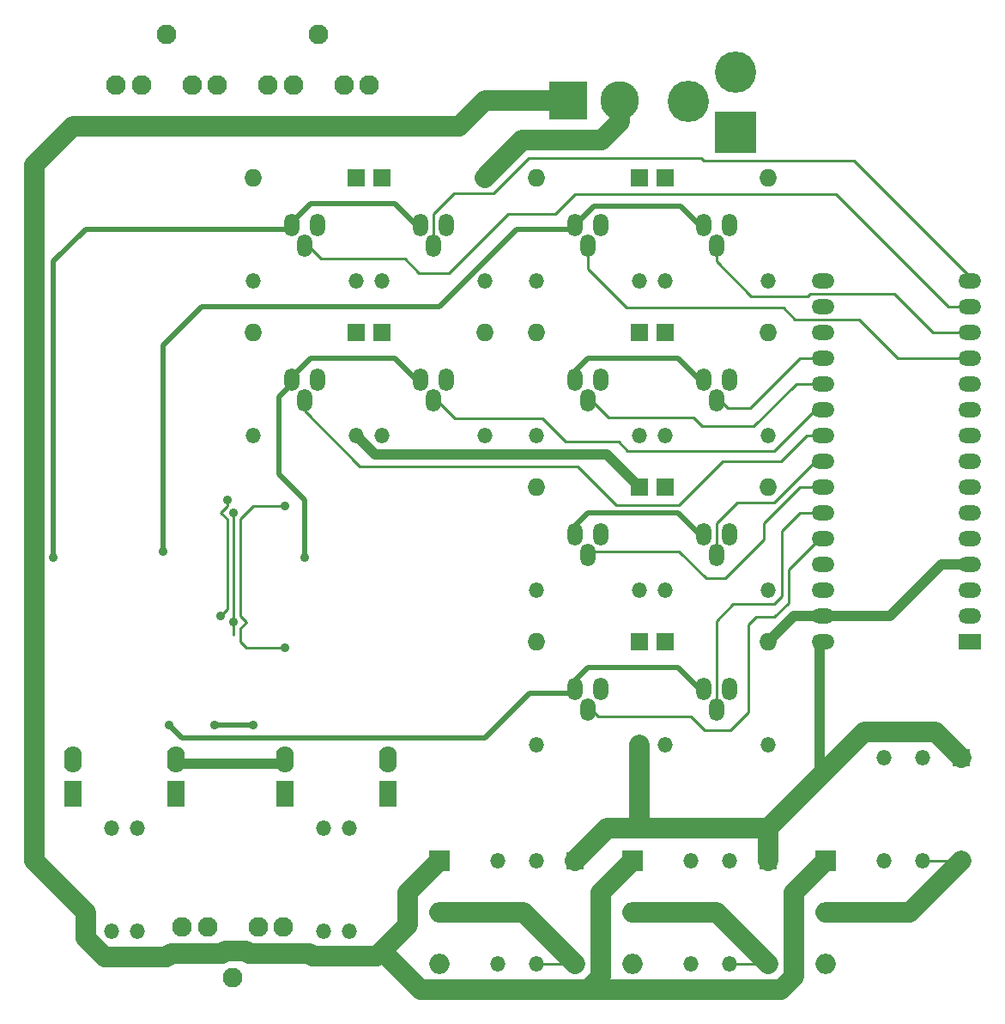
<source format=gbl>
G04 (created by PCBNEW (2013-07-07 BZR 4022)-stable) date Fri 30 Oct 2020 07:41:50 PM CDT*
%MOIN*%
G04 Gerber Fmt 3.4, Leading zero omitted, Abs format*
%FSLAX34Y34*%
G01*
G70*
G90*
G04 APERTURE LIST*
%ADD10C,0.00590551*%
%ADD11R,0.069X0.069*%
%ADD12O,0.069X0.069*%
%ADD13O,0.059X0.0885*%
%ADD14C,0.0767717*%
%ADD15O,0.059X0.059*%
%ADD16R,0.069X0.1035*%
%ADD17O,0.069X0.1035*%
%ADD18R,0.0885X0.059*%
%ADD19O,0.0885X0.059*%
%ADD20R,0.0787402X0.0787402*%
%ADD21O,0.0787402X0.0787402*%
%ADD22R,0.16X0.16*%
%ADD23C,0.16*%
%ADD24R,0.15X0.15*%
%ADD25C,0.15*%
%ADD26C,0.035*%
%ADD27C,0.04*%
%ADD28C,0.08*%
%ADD29C,0.01*%
%ADD30C,0.02*%
G04 APERTURE END LIST*
G54D10*
G54D11*
X58000Y-92500D03*
G54D12*
X58000Y-96500D03*
G54D13*
X51500Y-73852D03*
X51000Y-74647D03*
X50500Y-73852D03*
X45500Y-67852D03*
X45000Y-68647D03*
X44500Y-67852D03*
X56500Y-85852D03*
X56000Y-86647D03*
X55500Y-85852D03*
X56500Y-73852D03*
X56000Y-74647D03*
X55500Y-73852D03*
X40500Y-73852D03*
X40000Y-74647D03*
X39500Y-73852D03*
X51500Y-79852D03*
X51000Y-80647D03*
X50500Y-79852D03*
X56500Y-79852D03*
X56000Y-80647D03*
X55500Y-79852D03*
X56500Y-67852D03*
X56000Y-68647D03*
X55500Y-67852D03*
X51500Y-67852D03*
X51000Y-68647D03*
X50500Y-67852D03*
X45500Y-73852D03*
X45000Y-74647D03*
X44500Y-73852D03*
X40500Y-67852D03*
X40000Y-68647D03*
X39500Y-67852D03*
X51500Y-85852D03*
X51000Y-86647D03*
X50500Y-85852D03*
G54D14*
X37204Y-97047D03*
X36220Y-95078D03*
X38188Y-95078D03*
X35236Y-95078D03*
X39173Y-95078D03*
X40551Y-60433D03*
X41535Y-62401D03*
X39566Y-62401D03*
X42519Y-62401D03*
X38582Y-62401D03*
X34645Y-60433D03*
X35629Y-62401D03*
X33661Y-62401D03*
X36614Y-62401D03*
X32677Y-62401D03*
G54D15*
X54000Y-76000D03*
X58000Y-76000D03*
X42000Y-70000D03*
X38000Y-70000D03*
X53000Y-76000D03*
X49000Y-76000D03*
X53000Y-82000D03*
X49000Y-82000D03*
X43000Y-70000D03*
X47000Y-70000D03*
X43000Y-76000D03*
X47000Y-76000D03*
X54000Y-82000D03*
X58000Y-82000D03*
X53000Y-88000D03*
X49000Y-88000D03*
X54000Y-88000D03*
X58000Y-88000D03*
X53000Y-70000D03*
X49000Y-70000D03*
X54000Y-70000D03*
X58000Y-70000D03*
X42000Y-76000D03*
X38000Y-76000D03*
X49000Y-96500D03*
X49000Y-92500D03*
X56500Y-96500D03*
X56500Y-92500D03*
X64000Y-92500D03*
X64000Y-88500D03*
X40750Y-95250D03*
X40750Y-91250D03*
X41750Y-95250D03*
X41750Y-91250D03*
X33500Y-95250D03*
X33500Y-91250D03*
X32500Y-95250D03*
X32500Y-91250D03*
G54D16*
X35000Y-89922D03*
G54D17*
X35000Y-88577D03*
G54D16*
X39250Y-89922D03*
G54D17*
X39250Y-88577D03*
G54D16*
X43250Y-89922D03*
G54D17*
X43250Y-88577D03*
G54D16*
X31000Y-89922D03*
G54D17*
X31000Y-88577D03*
G54D11*
X65500Y-88500D03*
G54D12*
X65500Y-92500D03*
G54D11*
X50500Y-92500D03*
G54D12*
X50500Y-96500D03*
G54D11*
X42000Y-72000D03*
G54D12*
X38000Y-72000D03*
G54D11*
X43000Y-72000D03*
G54D12*
X47000Y-72000D03*
G54D11*
X54000Y-66000D03*
G54D12*
X58000Y-66000D03*
G54D11*
X53000Y-66000D03*
G54D12*
X49000Y-66000D03*
G54D11*
X43000Y-66000D03*
G54D12*
X47000Y-66000D03*
G54D11*
X42000Y-66000D03*
G54D12*
X38000Y-66000D03*
G54D11*
X53000Y-84000D03*
G54D12*
X49000Y-84000D03*
G54D11*
X54000Y-84000D03*
G54D12*
X58000Y-84000D03*
G54D11*
X54000Y-72000D03*
G54D12*
X58000Y-72000D03*
G54D11*
X53000Y-72000D03*
G54D12*
X49000Y-72000D03*
G54D11*
X53000Y-78000D03*
G54D12*
X49000Y-78000D03*
G54D11*
X54000Y-78000D03*
G54D12*
X58000Y-78000D03*
G54D18*
X65852Y-84000D03*
G54D19*
X65852Y-83000D03*
X65852Y-82000D03*
X65852Y-81000D03*
X60147Y-79000D03*
X60147Y-80000D03*
X60147Y-81000D03*
X65852Y-80000D03*
X65852Y-79000D03*
X65852Y-78000D03*
X60147Y-78000D03*
X60147Y-77000D03*
X60147Y-76000D03*
X65852Y-77000D03*
X65852Y-76000D03*
X65852Y-75000D03*
X65852Y-74000D03*
X65852Y-73000D03*
X65852Y-72000D03*
X65852Y-71000D03*
X60147Y-75000D03*
X60147Y-74000D03*
X60147Y-73000D03*
X60147Y-72000D03*
X60147Y-71000D03*
X60147Y-70000D03*
X65852Y-70000D03*
X60147Y-82000D03*
X60147Y-83000D03*
X60147Y-84000D03*
G54D20*
X60250Y-92500D03*
G54D21*
X60250Y-94500D03*
X60250Y-96500D03*
G54D20*
X52750Y-92500D03*
G54D21*
X52750Y-94500D03*
X52750Y-96500D03*
G54D20*
X45250Y-92500D03*
G54D21*
X45250Y-94500D03*
X45250Y-96500D03*
G54D22*
X56750Y-64250D03*
G54D23*
X56750Y-61900D03*
X54900Y-63050D03*
G54D24*
X50250Y-63000D03*
G54D25*
X52250Y-63000D03*
G54D15*
X47500Y-92500D03*
X47500Y-96500D03*
X55000Y-92500D03*
X55000Y-96500D03*
X62500Y-88500D03*
X62500Y-92500D03*
G54D26*
X30250Y-80750D03*
X34750Y-87250D03*
X38000Y-87250D03*
X36500Y-87250D03*
X34500Y-80500D03*
X40000Y-80750D03*
X39250Y-84250D03*
X39250Y-78750D03*
X37000Y-78500D03*
X36750Y-83000D03*
X37250Y-83250D03*
X37250Y-79000D03*
G54D27*
X42000Y-76000D02*
X42750Y-76750D01*
X51750Y-76750D02*
X53000Y-78000D01*
X42750Y-76750D02*
X51750Y-76750D01*
X60000Y-84000D02*
X60000Y-89250D01*
G54D28*
X53000Y-88000D02*
X53000Y-91250D01*
X50500Y-92500D02*
X51750Y-91250D01*
X51750Y-91250D02*
X53000Y-91250D01*
X53000Y-91250D02*
X58000Y-91250D01*
X65500Y-88500D02*
X64500Y-87500D01*
X58000Y-91250D02*
X58000Y-92500D01*
X61750Y-87500D02*
X60000Y-89250D01*
X60000Y-89250D02*
X58000Y-91250D01*
X64500Y-87500D02*
X61750Y-87500D01*
G54D29*
X50500Y-96500D02*
X49000Y-96500D01*
G54D28*
X45250Y-94500D02*
X48500Y-94500D01*
X48500Y-94500D02*
X50500Y-96500D01*
G54D29*
X58000Y-96500D02*
X56500Y-96500D01*
G54D28*
X52750Y-94500D02*
X56000Y-94500D01*
X56000Y-94500D02*
X58000Y-96500D01*
G54D29*
X65500Y-92500D02*
X64000Y-92500D01*
G54D28*
X60250Y-94500D02*
X63500Y-94500D01*
X63500Y-94500D02*
X65500Y-92500D01*
X32000Y-96000D02*
X32250Y-96250D01*
X42800Y-96200D02*
X43000Y-96000D01*
X40300Y-96200D02*
X42800Y-96200D01*
X40200Y-96100D02*
X40300Y-96200D01*
X37850Y-96100D02*
X40200Y-96100D01*
X37750Y-96000D02*
X37850Y-96100D01*
X36900Y-96000D02*
X37750Y-96000D01*
X36800Y-96100D02*
X36900Y-96000D01*
X34800Y-96100D02*
X36800Y-96100D01*
X34650Y-96250D02*
X34800Y-96100D01*
X32250Y-96250D02*
X34650Y-96250D01*
X51000Y-97500D02*
X58500Y-97500D01*
X59000Y-93750D02*
X60250Y-92500D01*
X59000Y-97000D02*
X59000Y-93750D01*
X58500Y-97500D02*
X59000Y-97000D01*
X43000Y-96000D02*
X44500Y-97500D01*
X44500Y-97500D02*
X46000Y-97500D01*
X46000Y-97500D02*
X50500Y-97500D01*
X50500Y-97500D02*
X51000Y-97500D01*
X51500Y-93750D02*
X52750Y-92500D01*
X51500Y-97000D02*
X51500Y-93750D01*
X51000Y-97500D02*
X51500Y-97000D01*
X29500Y-91000D02*
X29500Y-92500D01*
G54D29*
X32000Y-96000D02*
X35750Y-96000D01*
G54D28*
X31500Y-95500D02*
X32000Y-96000D01*
X31500Y-94500D02*
X31500Y-95500D01*
X29500Y-92500D02*
X31500Y-94500D01*
X29500Y-91000D02*
X29500Y-65500D01*
X29500Y-65500D02*
X31000Y-64000D01*
X31000Y-64000D02*
X46000Y-64000D01*
X46000Y-64000D02*
X47000Y-63000D01*
X47000Y-63000D02*
X50250Y-63000D01*
X44000Y-93750D02*
X45250Y-92500D01*
X43000Y-96000D02*
X44000Y-95000D01*
X44000Y-95000D02*
X44000Y-93750D01*
X47000Y-66000D02*
X48450Y-64550D01*
X52250Y-63850D02*
X52250Y-63000D01*
X51550Y-64550D02*
X52250Y-63850D01*
X48450Y-64550D02*
X51550Y-64550D01*
G54D27*
X58000Y-84000D02*
X59000Y-83000D01*
X59000Y-83000D02*
X60000Y-83000D01*
X60000Y-83000D02*
X62750Y-83000D01*
X62750Y-83000D02*
X64750Y-81000D01*
X64750Y-81000D02*
X66000Y-81000D01*
X35000Y-88750D02*
X39250Y-88750D01*
G54D30*
X50500Y-74000D02*
X50500Y-73500D01*
X54500Y-73000D02*
X55500Y-74000D01*
X51000Y-73000D02*
X54500Y-73000D01*
X50500Y-73500D02*
X51000Y-73000D01*
X31500Y-68000D02*
X39500Y-68000D01*
X30250Y-69250D02*
X31500Y-68000D01*
X30250Y-80750D02*
X30250Y-69250D01*
X39500Y-68000D02*
X39500Y-67750D01*
X43500Y-67000D02*
X44500Y-68000D01*
X40250Y-67000D02*
X43500Y-67000D01*
X39500Y-67750D02*
X40250Y-67000D01*
X50500Y-86000D02*
X50500Y-85500D01*
X54500Y-85000D02*
X55500Y-86000D01*
X51000Y-85000D02*
X54500Y-85000D01*
X50500Y-85500D02*
X51000Y-85000D01*
X48750Y-86000D02*
X50500Y-86000D01*
X47000Y-87750D02*
X48750Y-86000D01*
X35250Y-87750D02*
X47000Y-87750D01*
X34750Y-87250D02*
X35250Y-87750D01*
X50500Y-80000D02*
X50500Y-79500D01*
X54500Y-79000D02*
X55500Y-80000D01*
X51000Y-79000D02*
X54500Y-79000D01*
X50500Y-79500D02*
X51000Y-79000D01*
X36500Y-87250D02*
X38000Y-87250D01*
X50500Y-68000D02*
X50500Y-67850D01*
X54600Y-67100D02*
X55500Y-68000D01*
X51250Y-67100D02*
X54600Y-67100D01*
X50500Y-67850D02*
X51250Y-67100D01*
X50500Y-68000D02*
X48250Y-68000D01*
X34500Y-72500D02*
X34500Y-80500D01*
X36000Y-71000D02*
X34500Y-72500D01*
X45250Y-71000D02*
X36000Y-71000D01*
X48250Y-68000D02*
X45250Y-71000D01*
X39500Y-74000D02*
X39000Y-74500D01*
X40000Y-78500D02*
X40000Y-80750D01*
X39000Y-77500D02*
X40000Y-78500D01*
X39000Y-74500D02*
X39000Y-77500D01*
X39500Y-74000D02*
X39500Y-73750D01*
X43500Y-73000D02*
X44500Y-74000D01*
X40250Y-73000D02*
X43500Y-73000D01*
X39500Y-73750D02*
X40250Y-73000D01*
G54D29*
X56000Y-68500D02*
X56000Y-69250D01*
X64400Y-72000D02*
X66000Y-72000D01*
X62900Y-70500D02*
X64400Y-72000D01*
X59650Y-70500D02*
X62900Y-70500D01*
X59550Y-70600D02*
X59650Y-70500D01*
X57350Y-70600D02*
X59550Y-70600D01*
X56000Y-69250D02*
X57350Y-70600D01*
X56300Y-76600D02*
X58250Y-76600D01*
X45850Y-75350D02*
X49250Y-75350D01*
X49250Y-75350D02*
X50150Y-76250D01*
X50150Y-76250D02*
X52200Y-76250D01*
X52200Y-76250D02*
X52550Y-76600D01*
X52550Y-76600D02*
X56300Y-76600D01*
X45000Y-74500D02*
X45850Y-75350D01*
X59850Y-75000D02*
X60000Y-75000D01*
X58250Y-76600D02*
X59850Y-75000D01*
X60000Y-79000D02*
X59250Y-79000D01*
X56000Y-83200D02*
X56000Y-86500D01*
X56650Y-82550D02*
X56000Y-83200D01*
X58250Y-82550D02*
X56650Y-82550D01*
X58550Y-82250D02*
X58250Y-82550D01*
X58550Y-79700D02*
X58550Y-82250D01*
X59250Y-79000D02*
X58550Y-79700D01*
X56000Y-80500D02*
X56000Y-79400D01*
X59850Y-77000D02*
X60000Y-77000D01*
X58250Y-78600D02*
X59850Y-77000D01*
X56800Y-78600D02*
X58250Y-78600D01*
X56000Y-79400D02*
X56800Y-78600D01*
X56000Y-74500D02*
X56450Y-74950D01*
X59250Y-73000D02*
X60000Y-73000D01*
X57300Y-74950D02*
X59250Y-73000D01*
X56450Y-74950D02*
X57300Y-74950D01*
X66000Y-70000D02*
X61350Y-65350D01*
X45000Y-67400D02*
X45800Y-66600D01*
X45800Y-66600D02*
X47350Y-66600D01*
X47350Y-66600D02*
X48700Y-65250D01*
X48700Y-65250D02*
X55400Y-65250D01*
X55400Y-65250D02*
X55500Y-65350D01*
X55500Y-65350D02*
X58500Y-65350D01*
X45000Y-67400D02*
X45000Y-68500D01*
X61350Y-65350D02*
X58500Y-65350D01*
X40000Y-74500D02*
X40000Y-75050D01*
X59500Y-76000D02*
X60000Y-76000D01*
X58500Y-77000D02*
X59500Y-76000D01*
X56250Y-77000D02*
X58500Y-77000D01*
X54550Y-78700D02*
X56250Y-77000D01*
X52100Y-78700D02*
X54550Y-78700D01*
X50600Y-77200D02*
X52100Y-78700D01*
X42150Y-77200D02*
X50600Y-77200D01*
X40000Y-75050D02*
X42150Y-77200D01*
X51000Y-68500D02*
X51000Y-69550D01*
X63050Y-73000D02*
X66000Y-73000D01*
X61550Y-71500D02*
X63050Y-73000D01*
X59050Y-71500D02*
X61550Y-71500D01*
X58600Y-71050D02*
X59050Y-71500D01*
X52500Y-71050D02*
X58600Y-71050D01*
X51000Y-69550D02*
X52500Y-71050D01*
X51000Y-80500D02*
X54550Y-80500D01*
X59250Y-78000D02*
X60000Y-78000D01*
X57850Y-79400D02*
X59250Y-78000D01*
X57850Y-80050D02*
X57850Y-79400D01*
X56350Y-81550D02*
X57850Y-80050D01*
X55600Y-81550D02*
X56350Y-81550D01*
X54550Y-80500D02*
X55600Y-81550D01*
X60000Y-80000D02*
X58800Y-81200D01*
X51400Y-86900D02*
X51000Y-86500D01*
X55000Y-86900D02*
X51400Y-86900D01*
X55550Y-87450D02*
X55000Y-86900D01*
X56550Y-87450D02*
X55550Y-87450D01*
X57250Y-86750D02*
X56550Y-87450D01*
X57250Y-83350D02*
X57250Y-86750D01*
X57550Y-83050D02*
X57250Y-83350D01*
X58250Y-83050D02*
X57550Y-83050D01*
X58800Y-82500D02*
X58250Y-83050D01*
X58800Y-81200D02*
X58800Y-82500D01*
X66000Y-71000D02*
X65000Y-71000D01*
X40650Y-69150D02*
X43900Y-69150D01*
X43900Y-69150D02*
X44450Y-69700D01*
X44450Y-69700D02*
X45600Y-69700D01*
X45600Y-69700D02*
X46800Y-68500D01*
X46800Y-68500D02*
X47900Y-67400D01*
X47900Y-67400D02*
X49750Y-67400D01*
X49750Y-67400D02*
X50500Y-66650D01*
X50500Y-66650D02*
X58000Y-66650D01*
X40650Y-69150D02*
X40000Y-68500D01*
X60650Y-66650D02*
X58000Y-66650D01*
X65000Y-71000D02*
X60650Y-66650D01*
X51000Y-74500D02*
X51800Y-75300D01*
X59100Y-74000D02*
X60000Y-74000D01*
X57450Y-75650D02*
X59100Y-74000D01*
X55450Y-75650D02*
X57450Y-75650D01*
X55100Y-75300D02*
X55450Y-75650D01*
X51800Y-75300D02*
X55100Y-75300D01*
X37750Y-84250D02*
X39250Y-84250D01*
X37500Y-84000D02*
X37750Y-84250D01*
X37500Y-83500D02*
X37500Y-84000D01*
X37750Y-83250D02*
X37500Y-83500D01*
X37500Y-83000D02*
X37750Y-83250D01*
X37500Y-82250D02*
X37500Y-83000D01*
X37500Y-80000D02*
X37500Y-82250D01*
X37500Y-79250D02*
X37500Y-80000D01*
X38000Y-78750D02*
X37500Y-79250D01*
X39250Y-78750D02*
X38000Y-78750D01*
X37000Y-78750D02*
X37000Y-78500D01*
X36750Y-79000D02*
X37000Y-78750D01*
X37000Y-79250D02*
X36750Y-79000D01*
X37000Y-81250D02*
X37000Y-79250D01*
X37000Y-82500D02*
X37000Y-81250D01*
X37000Y-82750D02*
X37000Y-82500D01*
X36750Y-83000D02*
X37000Y-82750D01*
X37250Y-83750D02*
X37250Y-83250D01*
X37250Y-79000D02*
X37250Y-83750D01*
M02*

</source>
